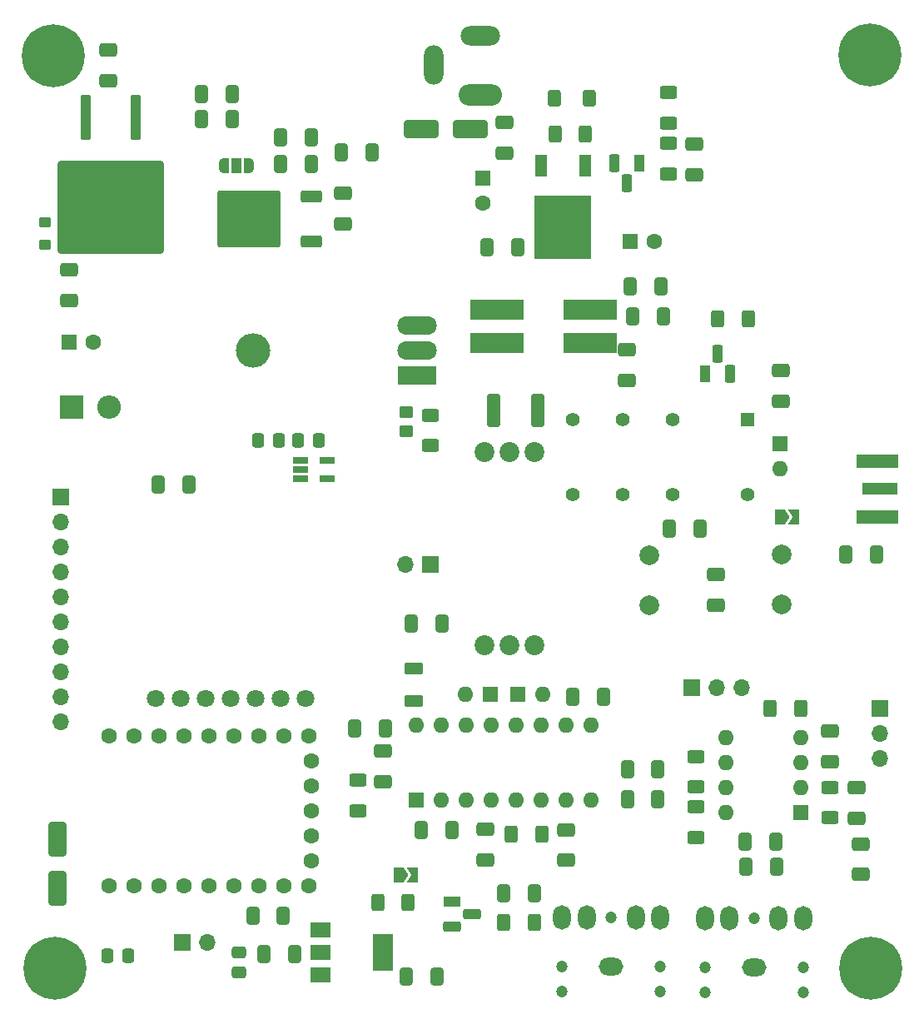
<source format=gbr>
%TF.GenerationSoftware,KiCad,Pcbnew,8.0.4-unknown-202407232306~396e531e7c~ubuntu22.04.1*%
%TF.CreationDate,2024-07-28T13:31:46+05:30*%
%TF.ProjectId,HF-PA-v10,48462d50-412d-4763-9130-2e6b69636164,rev?*%
%TF.SameCoordinates,Original*%
%TF.FileFunction,Soldermask,Top*%
%TF.FilePolarity,Negative*%
%FSLAX46Y46*%
G04 Gerber Fmt 4.6, Leading zero omitted, Abs format (unit mm)*
G04 Created by KiCad (PCBNEW 8.0.4-unknown-202407232306~396e531e7c~ubuntu22.04.1) date 2024-07-28 13:31:46*
%MOMM*%
%LPD*%
G01*
G04 APERTURE LIST*
G04 Aperture macros list*
%AMRoundRect*
0 Rectangle with rounded corners*
0 $1 Rounding radius*
0 $2 $3 $4 $5 $6 $7 $8 $9 X,Y pos of 4 corners*
0 Add a 4 corners polygon primitive as box body*
4,1,4,$2,$3,$4,$5,$6,$7,$8,$9,$2,$3,0*
0 Add four circle primitives for the rounded corners*
1,1,$1+$1,$2,$3*
1,1,$1+$1,$4,$5*
1,1,$1+$1,$6,$7*
1,1,$1+$1,$8,$9*
0 Add four rect primitives between the rounded corners*
20,1,$1+$1,$2,$3,$4,$5,0*
20,1,$1+$1,$4,$5,$6,$7,0*
20,1,$1+$1,$6,$7,$8,$9,0*
20,1,$1+$1,$8,$9,$2,$3,0*%
%AMFreePoly0*
4,1,6,1.000000,0.000000,0.500000,-0.750000,-0.500000,-0.750000,-0.500000,0.750000,0.500000,0.750000,1.000000,0.000000,1.000000,0.000000,$1*%
%AMFreePoly1*
4,1,6,0.500000,-0.750000,-0.650000,-0.750000,-0.150000,0.000000,-0.650000,0.750000,0.500000,0.750000,0.500000,-0.750000,0.500000,-0.750000,$1*%
%AMFreePoly2*
4,1,19,0.550000,-0.750000,0.000000,-0.750000,0.000000,-0.744911,-0.071157,-0.744911,-0.207708,-0.704816,-0.327430,-0.627875,-0.420627,-0.520320,-0.479746,-0.390866,-0.500000,-0.250000,-0.500000,0.250000,-0.479746,0.390866,-0.420627,0.520320,-0.327430,0.627875,-0.207708,0.704816,-0.071157,0.744911,0.000000,0.744911,0.000000,0.750000,0.550000,0.750000,0.550000,-0.750000,0.550000,-0.750000,
$1*%
%AMFreePoly3*
4,1,19,0.000000,0.744911,0.071157,0.744911,0.207708,0.704816,0.327430,0.627875,0.420627,0.520320,0.479746,0.390866,0.500000,0.250000,0.500000,-0.250000,0.479746,-0.390866,0.420627,-0.520320,0.327430,-0.627875,0.207708,-0.704816,0.071157,-0.744911,0.000000,-0.744911,0.000000,-0.750000,-0.550000,-0.750000,-0.550000,0.750000,0.000000,0.750000,0.000000,0.744911,0.000000,0.744911,
$1*%
G04 Aperture macros list end*
%ADD10RoundRect,0.250000X-0.412500X-0.650000X0.412500X-0.650000X0.412500X0.650000X-0.412500X0.650000X0*%
%ADD11RoundRect,0.250000X0.650000X-0.412500X0.650000X0.412500X-0.650000X0.412500X-0.650000X-0.412500X0*%
%ADD12O,3.500000X3.500000*%
%ADD13R,4.000000X1.905000*%
%ADD14O,4.000000X1.905000*%
%ADD15RoundRect,0.250000X-1.500000X-0.650000X1.500000X-0.650000X1.500000X0.650000X-1.500000X0.650000X0*%
%ADD16R,1.600000X1.600000*%
%ADD17C,1.600000*%
%ADD18RoundRect,0.250000X0.337500X0.475000X-0.337500X0.475000X-0.337500X-0.475000X0.337500X-0.475000X0*%
%ADD19R,2.000000X1.500000*%
%ADD20R,2.000000X3.800000*%
%ADD21RoundRect,0.250000X0.625000X-0.400000X0.625000X0.400000X-0.625000X0.400000X-0.625000X-0.400000X0*%
%ADD22R,2.400000X2.400000*%
%ADD23O,2.400000X2.400000*%
%ADD24C,0.800000*%
%ADD25C,6.400000*%
%ADD26RoundRect,0.250000X0.412500X0.650000X-0.412500X0.650000X-0.412500X-0.650000X0.412500X-0.650000X0*%
%ADD27R,1.560000X0.650000*%
%ADD28R,3.600000X1.270000*%
%ADD29R,4.200000X1.350000*%
%ADD30RoundRect,0.250000X-0.650000X0.412500X-0.650000X-0.412500X0.650000X-0.412500X0.650000X0.412500X0*%
%ADD31C,2.000000*%
%ADD32RoundRect,0.250000X-0.625000X0.400000X-0.625000X-0.400000X0.625000X-0.400000X0.625000X0.400000X0*%
%ADD33RoundRect,0.250000X0.700000X-0.362500X0.700000X0.362500X-0.700000X0.362500X-0.700000X-0.362500X0*%
%ADD34O,1.600000X1.600000*%
%ADD35O,4.400000X2.200000*%
%ADD36O,4.000000X2.000000*%
%ADD37O,2.000000X4.000000*%
%ADD38R,1.800000X1.100000*%
%ADD39RoundRect,0.275000X-0.625000X0.275000X-0.625000X-0.275000X0.625000X-0.275000X0.625000X0.275000X0*%
%ADD40R,1.200000X2.200000*%
%ADD41R,5.800000X6.400000*%
%ADD42R,1.700000X1.700000*%
%ADD43O,1.700000X1.700000*%
%ADD44RoundRect,0.250000X-0.400000X-0.600000X0.400000X-0.600000X0.400000X0.600000X-0.400000X0.600000X0*%
%ADD45C,1.200000*%
%ADD46O,1.800000X2.500000*%
%ADD47O,2.500000X1.800000*%
%ADD48RoundRect,0.250000X-0.337500X-0.475000X0.337500X-0.475000X0.337500X0.475000X-0.337500X0.475000X0*%
%ADD49RoundRect,0.250000X-0.300000X2.050000X-0.300000X-2.050000X0.300000X-2.050000X0.300000X2.050000X0*%
%ADD50RoundRect,0.250002X-5.149998X4.449998X-5.149998X-4.449998X5.149998X-4.449998X5.149998X4.449998X0*%
%ADD51RoundRect,0.250000X-0.400000X-0.625000X0.400000X-0.625000X0.400000X0.625000X-0.400000X0.625000X0*%
%ADD52R,5.500000X2.150000*%
%ADD53R,1.100000X1.800000*%
%ADD54RoundRect,0.275000X0.275000X0.625000X-0.275000X0.625000X-0.275000X-0.625000X0.275000X-0.625000X0*%
%ADD55C,2.020000*%
%ADD56RoundRect,0.250000X0.400000X0.625000X-0.400000X0.625000X-0.400000X-0.625000X0.400000X-0.625000X0*%
%ADD57RoundRect,0.250000X0.475000X-0.337500X0.475000X0.337500X-0.475000X0.337500X-0.475000X-0.337500X0*%
%ADD58FreePoly0,0.000000*%
%ADD59FreePoly1,0.000000*%
%ADD60RoundRect,0.250000X0.850000X0.350000X-0.850000X0.350000X-0.850000X-0.350000X0.850000X-0.350000X0*%
%ADD61RoundRect,0.249997X2.950003X2.650003X-2.950003X2.650003X-2.950003X-2.650003X2.950003X-2.650003X0*%
%ADD62R,1.400000X1.400000*%
%ADD63C,1.400000*%
%ADD64RoundRect,0.250000X0.350000X-0.275000X0.350000X0.275000X-0.350000X0.275000X-0.350000X-0.275000X0*%
%ADD65RoundRect,0.250000X-0.400000X-1.450000X0.400000X-1.450000X0.400000X1.450000X-0.400000X1.450000X0*%
%ADD66RoundRect,0.250000X0.450000X-0.350000X0.450000X0.350000X-0.450000X0.350000X-0.450000X-0.350000X0*%
%ADD67RoundRect,0.250000X0.650000X-1.500000X0.650000X1.500000X-0.650000X1.500000X-0.650000X-1.500000X0*%
%ADD68FreePoly2,0.000000*%
%ADD69R,1.000000X1.500000*%
%ADD70FreePoly3,0.000000*%
%ADD71RoundRect,0.275000X-0.275000X-0.625000X0.275000X-0.625000X0.275000X0.625000X-0.275000X0.625000X0*%
%ADD72C,1.800000*%
G04 APERTURE END LIST*
D10*
%TO.C,C2*%
X155524200Y-72796400D03*
X158649200Y-72796400D03*
%TD*%
D11*
%TO.C,C7*%
X198790000Y-99352500D03*
X198790000Y-96227500D03*
%TD*%
D12*
%TO.C,Q2*%
X160780000Y-96285000D03*
D13*
X177440000Y-98825000D03*
D14*
X177440000Y-96285000D03*
X177440000Y-93745000D03*
%TD*%
D15*
%TO.C,D1*%
X177830000Y-73780000D03*
X182830000Y-73780000D03*
%TD*%
D16*
%TO.C,C5*%
X199074400Y-85242400D03*
D17*
X201574400Y-85242400D03*
%TD*%
D18*
%TO.C,C21*%
X148040000Y-157890000D03*
X145965000Y-157890000D03*
%TD*%
D19*
%TO.C,U4*%
X167610000Y-155240000D03*
X167610000Y-157540000D03*
D20*
X173910000Y-157540000D03*
D19*
X167610000Y-159840000D03*
%TD*%
D21*
%TO.C,R2*%
X203015000Y-73167500D03*
X203015000Y-70067500D03*
%TD*%
D16*
%TO.C,C44*%
X142026000Y-95504000D03*
D17*
X144526000Y-95504000D03*
%TD*%
D22*
%TO.C,D5*%
X142300000Y-102080000D03*
D23*
X146110000Y-102080000D03*
%TD*%
D24*
%TO.C,H3*%
X138152944Y-159132944D03*
X138855888Y-157435888D03*
X138855888Y-160830000D03*
X140552944Y-156732944D03*
D25*
X140552944Y-159132944D03*
D24*
X140552944Y-161532944D03*
X142250000Y-157435888D03*
X142250000Y-160830000D03*
X142952944Y-159132944D03*
%TD*%
D26*
%TO.C,C17*%
X187662500Y-85800000D03*
X184537500Y-85800000D03*
%TD*%
D27*
%TO.C,U2*%
X165571100Y-107492500D03*
X165571100Y-108442500D03*
X165571100Y-109392500D03*
X168271100Y-109392500D03*
X168271100Y-107492500D03*
%TD*%
D28*
%TO.C,RF_OUT1*%
X224460000Y-110415000D03*
D29*
X224260000Y-113240000D03*
X224260000Y-107590000D03*
%TD*%
D30*
%TO.C,C4*%
X205640000Y-75305000D03*
X205640000Y-78430000D03*
%TD*%
D31*
%TO.C,L2*%
X214490000Y-122150000D03*
X214490000Y-117070000D03*
%TD*%
D32*
%TO.C,R1*%
X178790000Y-102910000D03*
X178790000Y-106010000D03*
%TD*%
D33*
%TO.C,L5*%
X177070000Y-131955000D03*
X177070000Y-128630000D03*
%TD*%
D11*
%TO.C,C14*%
X186309000Y-76277000D03*
X186309000Y-73152000D03*
%TD*%
D16*
%TO.C,D3*%
X214376000Y-105762315D03*
D34*
X214376000Y-108302315D03*
%TD*%
D26*
%TO.C,C26*%
X179982500Y-124070000D03*
X176857500Y-124070000D03*
%TD*%
D35*
%TO.C,Power1*%
X183850000Y-70312500D03*
D36*
X183850000Y-64312500D03*
D37*
X179150000Y-67312500D03*
%TD*%
D38*
%TO.C,Q5*%
X180956000Y-152400000D03*
D39*
X183026000Y-153670000D03*
X180956000Y-154940000D03*
%TD*%
D40*
%TO.C,Q3*%
X194560000Y-77500000D03*
D41*
X192280000Y-83800000D03*
D40*
X190000000Y-77500000D03*
%TD*%
D26*
%TO.C,C30*%
X166652500Y-77350000D03*
X163527500Y-77350000D03*
%TD*%
D42*
%TO.C,RV1*%
X205334000Y-130580000D03*
D43*
X207874000Y-130580000D03*
X210414000Y-130580000D03*
%TD*%
D16*
%TO.C,C15*%
X184100000Y-78800000D03*
D17*
X184100000Y-81300000D03*
%TD*%
D32*
%TO.C,R7*%
X171370000Y-140010000D03*
X171370000Y-143110000D03*
%TD*%
D11*
%TO.C,C40*%
X222086000Y-143898000D03*
X222086000Y-140773000D03*
%TD*%
D44*
%TO.C,D4*%
X191420000Y-70650000D03*
X194920000Y-70650000D03*
%TD*%
D45*
%TO.C,SPK1*%
X206680000Y-161590000D03*
X216680000Y-161590000D03*
X206680000Y-159090000D03*
X216680000Y-159090000D03*
X211680000Y-154090000D03*
D46*
X206680000Y-154090000D03*
X209180000Y-154090000D03*
D47*
X211680000Y-159090000D03*
D46*
X216680000Y-154090000D03*
X214180000Y-154090000D03*
%TD*%
D11*
%TO.C,C9*%
X146050000Y-68872500D03*
X146050000Y-65747500D03*
%TD*%
D10*
%TO.C,C29*%
X177813500Y-145128000D03*
X180938500Y-145128000D03*
%TD*%
D26*
%TO.C,C39*%
X201932500Y-141930000D03*
X198807500Y-141930000D03*
%TD*%
D48*
%TO.C,C16*%
X165341100Y-105502500D03*
X167416100Y-105502500D03*
%TD*%
D16*
%TO.C,U7*%
X177356000Y-142058000D03*
D34*
X179896000Y-142058000D03*
X182436000Y-142058000D03*
X184976000Y-142058000D03*
X187516000Y-142058000D03*
X190056000Y-142058000D03*
X192596000Y-142058000D03*
X195136000Y-142058000D03*
X195136000Y-134438000D03*
X192596000Y-134438000D03*
X190056000Y-134438000D03*
X187516000Y-134438000D03*
X184976000Y-134438000D03*
X182436000Y-134438000D03*
X179896000Y-134438000D03*
X177356000Y-134438000D03*
%TD*%
D45*
%TO.C,EXT_ATU1*%
X192160000Y-161490000D03*
X202160000Y-161490000D03*
X192160000Y-158990000D03*
X202160000Y-158990000D03*
X197160000Y-153990000D03*
D46*
X192160000Y-153990000D03*
X194660000Y-153990000D03*
D47*
X197160000Y-158990000D03*
D46*
X202160000Y-153990000D03*
X199660000Y-153990000D03*
%TD*%
D16*
%TO.C,D9*%
X187640000Y-131280000D03*
D34*
X190180000Y-131280000D03*
%TD*%
D10*
%TO.C,C42*%
X210811000Y-146233000D03*
X213936000Y-146233000D03*
%TD*%
D24*
%TO.C,H4*%
X221130000Y-159130000D03*
X221832944Y-157432944D03*
X221832944Y-160827056D03*
X223530000Y-156730000D03*
D25*
X223530000Y-159130000D03*
D24*
X223530000Y-161530000D03*
X225227056Y-157432944D03*
X225227056Y-160827056D03*
X225930000Y-159130000D03*
%TD*%
D32*
%TO.C,R11*%
X205800000Y-142720000D03*
X205800000Y-145820000D03*
%TD*%
D26*
%TO.C,C20*%
X189332500Y-151520000D03*
X186207500Y-151520000D03*
%TD*%
%TO.C,C24*%
X166635000Y-74680000D03*
X163510000Y-74680000D03*
%TD*%
D11*
%TO.C,C13*%
X214390000Y-101442500D03*
X214390000Y-98317500D03*
%TD*%
D10*
%TO.C,C1*%
X155498800Y-70205600D03*
X158623800Y-70205600D03*
%TD*%
D21*
%TO.C,R10*%
X205810000Y-140696000D03*
X205810000Y-137596000D03*
%TD*%
D49*
%TO.C,U1*%
X148785000Y-72645000D03*
D50*
X146245000Y-81795000D03*
D49*
X143705000Y-72645000D03*
%TD*%
D21*
%TO.C,R9*%
X203015000Y-78367500D03*
X203015000Y-75267500D03*
%TD*%
D26*
%TO.C,C18*%
X172830000Y-76200000D03*
X169705000Y-76200000D03*
%TD*%
D16*
%TO.C,U8*%
X216496000Y-143333000D03*
D34*
X216496000Y-140793000D03*
X216496000Y-138253000D03*
X216496000Y-135713000D03*
X208876000Y-135713000D03*
X208876000Y-138253000D03*
X208876000Y-140793000D03*
X208876000Y-143333000D03*
%TD*%
D51*
%TO.C,Rb1*%
X173410000Y-152480000D03*
X176510000Y-152480000D03*
%TD*%
D52*
%TO.C,T1*%
X185545000Y-92135000D03*
X185545000Y-95565000D03*
X195045000Y-95565000D03*
X195045000Y-92135000D03*
%TD*%
D30*
%TO.C,C37*%
X192620000Y-145047500D03*
X192620000Y-148172500D03*
%TD*%
D53*
%TO.C,Q4*%
X200040000Y-77250000D03*
D54*
X198770000Y-79320000D03*
X197500000Y-77250000D03*
%TD*%
D26*
%TO.C,C35*%
X174210000Y-134770000D03*
X171085000Y-134770000D03*
%TD*%
D11*
%TO.C,C32*%
X169880000Y-83472500D03*
X169880000Y-80347500D03*
%TD*%
D55*
%TO.C,BPF1*%
X189330000Y-106610000D03*
X186790000Y-106610000D03*
X184250000Y-106610000D03*
X189330000Y-126280000D03*
X186790000Y-126280000D03*
X184250000Y-126280000D03*
%TD*%
D42*
%TO.C,JP3*%
X178810000Y-118080000D03*
D43*
X176270000Y-118080000D03*
%TD*%
D30*
%TO.C,C36*%
X184324000Y-145020000D03*
X184324000Y-148145000D03*
%TD*%
D10*
%TO.C,C46*%
X176355000Y-159990000D03*
X179480000Y-159990000D03*
%TD*%
%TO.C,C38*%
X198807500Y-138880000D03*
X201932500Y-138880000D03*
%TD*%
%TO.C,C3*%
X199367500Y-92880000D03*
X202492500Y-92880000D03*
%TD*%
D18*
%TO.C,C23*%
X163346100Y-105502500D03*
X161271100Y-105502500D03*
%TD*%
D56*
%TO.C,Rl1*%
X189330000Y-154480000D03*
X186230000Y-154480000D03*
%TD*%
D10*
%TO.C,C27*%
X160707500Y-153830000D03*
X163832500Y-153830000D03*
%TD*%
D11*
%TO.C,C41*%
X219376000Y-138122500D03*
X219376000Y-134997500D03*
%TD*%
D57*
%TO.C,C47*%
X159300000Y-159575000D03*
X159300000Y-157500000D03*
%TD*%
D42*
%TO.C,CW_KEY1*%
X153530000Y-156510000D03*
D43*
X156070000Y-156510000D03*
%TD*%
D17*
%TO.C,RZ1*%
X146110000Y-135550000D03*
X148650000Y-135550000D03*
X151190000Y-135550000D03*
X153730000Y-135550000D03*
X156270000Y-135550000D03*
X158810000Y-135550000D03*
X161350000Y-135550000D03*
X163890000Y-135550000D03*
X166430000Y-135550000D03*
X166640000Y-138090000D03*
X166640000Y-140630000D03*
X166640000Y-143170000D03*
X166640000Y-145710000D03*
X166640000Y-148250000D03*
X166430000Y-150790000D03*
X163890000Y-150790000D03*
X161350000Y-150790000D03*
X158810000Y-150790000D03*
X156270000Y-150790000D03*
X153730000Y-150790000D03*
X151190000Y-150790000D03*
X146110000Y-150790000D03*
X148650000Y-150790000D03*
%TD*%
D58*
%TO.C,JP4*%
X175530000Y-149640000D03*
D59*
X176980000Y-149640000D03*
%TD*%
D10*
%TO.C,C6*%
X199067500Y-89820000D03*
X202192500Y-89820000D03*
%TD*%
D58*
%TO.C,JP1*%
X214323000Y-113284000D03*
D59*
X215773000Y-113284000D03*
%TD*%
D30*
%TO.C,C43*%
X222526000Y-146490000D03*
X222526000Y-149615000D03*
%TD*%
D42*
%TO.C,RV2*%
X224510000Y-132740000D03*
D43*
X224510000Y-135280000D03*
X224510000Y-137820000D03*
%TD*%
D24*
%TO.C,H1*%
X138042944Y-66312944D03*
X138745888Y-64615888D03*
X138745888Y-68010000D03*
X140442944Y-63912944D03*
D25*
X140442944Y-66312944D03*
D24*
X140442944Y-68712944D03*
X142140000Y-64615888D03*
X142140000Y-68010000D03*
X142842944Y-66312944D03*
%TD*%
D16*
%TO.C,D8*%
X184916000Y-131248000D03*
D34*
X182376000Y-131248000D03*
%TD*%
D10*
%TO.C,C19*%
X151121100Y-109967500D03*
X154246100Y-109967500D03*
%TD*%
%TO.C,C10*%
X203107500Y-114427000D03*
X206232500Y-114427000D03*
%TD*%
D30*
%TO.C,C31*%
X173990000Y-137047500D03*
X173990000Y-140172500D03*
%TD*%
D60*
%TO.C,U3*%
X166660000Y-85250000D03*
D61*
X160360000Y-82970000D03*
D60*
X166660000Y-80690000D03*
%TD*%
D62*
%TO.C,K1*%
X211074000Y-103378000D03*
D63*
X203454000Y-103378000D03*
X198374000Y-103378000D03*
X193294000Y-103378000D03*
X193294000Y-110998000D03*
X198374000Y-110998000D03*
X203454000Y-110998000D03*
X211074000Y-110998000D03*
%TD*%
D64*
%TO.C,L4*%
X139580000Y-85600000D03*
X139580000Y-83300000D03*
%TD*%
D11*
%TO.C,C8*%
X142060000Y-91222500D03*
X142060000Y-88097500D03*
%TD*%
D56*
%TO.C,Rin1*%
X216434000Y-132768000D03*
X213334000Y-132768000D03*
%TD*%
D31*
%TO.C,L1*%
X201067500Y-117115000D03*
X201067500Y-122195000D03*
%TD*%
D11*
%TO.C,C11*%
X207820000Y-122195000D03*
X207820000Y-119070000D03*
%TD*%
D65*
%TO.C,F1*%
X185240000Y-102410000D03*
X189690000Y-102410000D03*
%TD*%
D21*
%TO.C,Rf1*%
X219426000Y-143853000D03*
X219426000Y-140753000D03*
%TD*%
D26*
%TO.C,C28*%
X196402500Y-131504000D03*
X193277500Y-131504000D03*
%TD*%
%TO.C,C45*%
X164952500Y-157680000D03*
X161827500Y-157680000D03*
%TD*%
D66*
%TO.C,R12*%
X176320000Y-104550000D03*
X176320000Y-102550000D03*
%TD*%
D24*
%TO.C,H2*%
X221057056Y-66302944D03*
X221760000Y-64605888D03*
X221760000Y-68000000D03*
X223457056Y-63902944D03*
D25*
X223457056Y-66302944D03*
D24*
X223457056Y-68702944D03*
X225154112Y-64605888D03*
X225154112Y-68000000D03*
X225857056Y-66302944D03*
%TD*%
D67*
%TO.C,D2*%
X140809082Y-150996187D03*
X140809082Y-145996187D03*
%TD*%
D51*
%TO.C,R8*%
X191450000Y-74300000D03*
X194550000Y-74300000D03*
%TD*%
D10*
%TO.C,C12*%
X221065000Y-117050000D03*
X224190000Y-117050000D03*
%TD*%
D42*
%TO.C,J1*%
X141150000Y-111252000D03*
D43*
X141150000Y-113792000D03*
X141150000Y-116332000D03*
X141150000Y-118872000D03*
X141150000Y-121412000D03*
X141150000Y-123952000D03*
X141150000Y-126492000D03*
X141150000Y-129032000D03*
X141150000Y-131572000D03*
X141150000Y-134112000D03*
%TD*%
D68*
%TO.C,JP2*%
X157740000Y-77490000D03*
D69*
X159040000Y-77490000D03*
D70*
X160340000Y-77490000D03*
%TD*%
D56*
%TO.C,R4*%
X211125400Y-93065600D03*
X208025400Y-93065600D03*
%TD*%
D53*
%TO.C,Q1*%
X206756000Y-98698000D03*
D71*
X208026000Y-96628000D03*
X209296000Y-98698000D03*
%TD*%
D10*
%TO.C,C25*%
X210857500Y-148780000D03*
X213982500Y-148780000D03*
%TD*%
D51*
%TO.C,R6*%
X187014000Y-145496000D03*
X190114000Y-145496000D03*
%TD*%
D72*
%TO.C,U5*%
X166093600Y-131708400D03*
X163553600Y-131708400D03*
X161013600Y-131708400D03*
X158473600Y-131708400D03*
X155933600Y-131708400D03*
X153393600Y-131708400D03*
X150853600Y-131708400D03*
%TD*%
M02*

</source>
